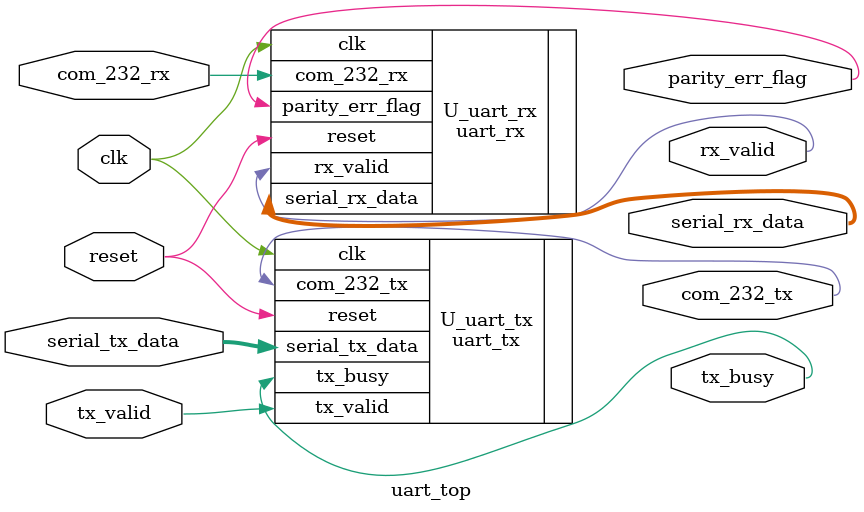
<source format=v>
`timescale 1 ns / 1 ns

module uart_top# (
    parameter 				SYS_CLK_FREQ = 125,			//Clock frequency Unit: MHz
    parameter 				BAUD_RATE = 115200,
    parameter 				PARITY_CFG = 3'b000,		//000: no parity
														//001: odd
														//010: even
														//011: space,always 0
														//100: mark,always 1
    parameter  				STOP_BIT_NUM = 2'b00		//00: 1bit
														//01: 1.5bits
														//10: 2bits
)
(
	input					reset,
	input					clk,
	//uart interface with peripheral
	input					com_232_rx,
	output					com_232_tx,
	//user interface, user can difine freely for this data exchange buffer
	input					tx_valid,			//high pulse tx, same edge with serial_tx_data
	input		[7:0]		serial_tx_data,
	output					tx_busy,			//0: tx free   1: tx ongoing
	output					rx_valid,			//high pulse rx, same edge with serial_rx_data
	output		[7:0]		serial_rx_data,
	output					parity_err_flag		//0:normal 1:parity bit err
	);

localparam 					CLK_NUM_PER_BIT			= (SYS_CLK_FREQ*1000*1000)/BAUD_RATE;
//115200:	1085
//1M:		125
//5M:		25
//10M:		12
//12.5M:	10

//-------------------------signal definition--------------------------------
//-------------------------signal definition--------------------------------

//-------------------------main code----------------------------------------
//-------------------------main code----------------------------------------
//-------------------------ipcore & module----------------------------------
//-------------------------ipcore & module----------------------------------
uart_tx# (
    .CLK_NUM_PER_BIT(CLK_NUM_PER_BIT),
    .PARITY_CFG(PARITY_CFG),
    .STOP_BIT_NUM(STOP_BIT_NUM)
)
 	U_uart_tx(
	.reset(reset),
	.clk(clk),
	//uart interface with peripheral
	.com_232_tx(com_232_tx),
	//user interface, user can difine freely for this data exchange buffer
	.tx_valid(tx_valid),			//high pulse tx, same edge with serial_tx_data
	.serial_tx_data(serial_tx_data),
	.tx_busy(tx_busy)				//0: tx free   1: tx ongoing
	);

uart_rx# (
    .CLK_NUM_PER_BIT(CLK_NUM_PER_BIT),
    .PARITY_CFG(PARITY_CFG),
    .STOP_BIT_NUM(STOP_BIT_NUM)
)
	U_uart_rx(
	.reset(reset),
	.clk(clk),
	//uart interface with peripheral
	.com_232_rx(com_232_rx),
	//user interface, user can difine freely for this data exchange buffer
	.rx_valid(rx_valid),						//high pulse rx, same edge with serial_rx_data
	.serial_rx_data(serial_rx_data),
	.parity_err_flag(parity_err_flag)			//0:normal 1:parity bit err
	);

endmodule


</source>
